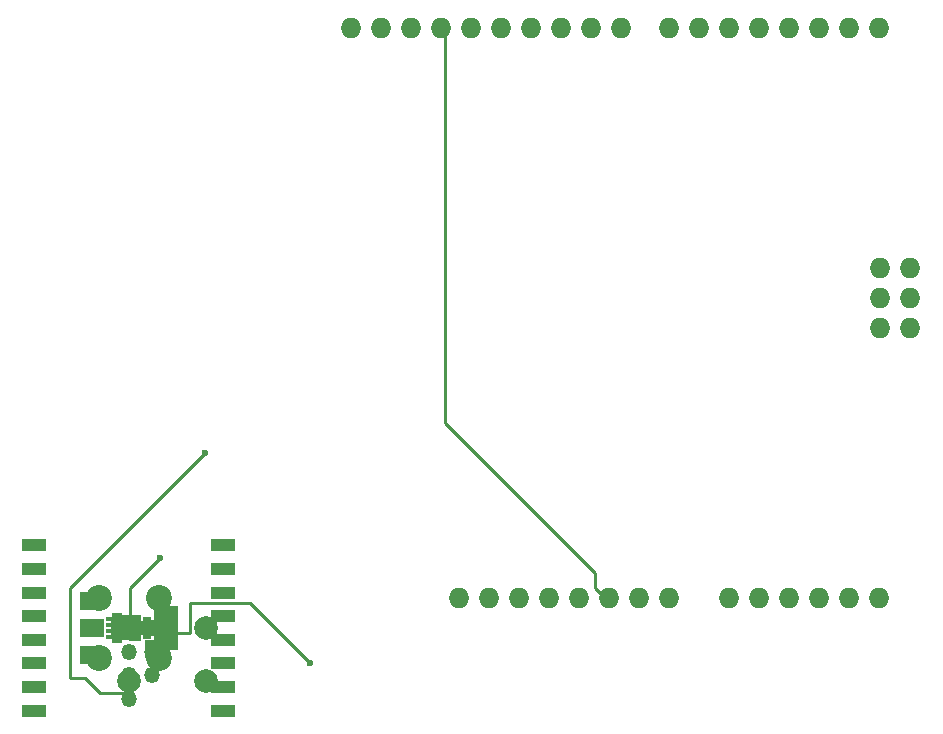
<source format=gbr>
G04 #@! TF.FileFunction,Copper,L1,Top,Signal*
%FSLAX46Y46*%
G04 Gerber Fmt 4.6, Leading zero omitted, Abs format (unit mm)*
G04 Created by KiCad (PCBNEW 4.0.7) date Friday, April 27, 2018 'AMt' 09:02:40 AM*
%MOMM*%
%LPD*%
G01*
G04 APERTURE LIST*
%ADD10C,0.100000*%
%ADD11R,1.000000X1.250000*%
%ADD12R,0.800000X0.800000*%
%ADD13C,2.200000*%
%ADD14C,2.000000*%
%ADD15R,1.350000X1.350000*%
%ADD16O,1.350000X1.350000*%
%ADD17O,1.727200X1.727200*%
%ADD18R,1.270000X0.970000*%
%ADD19R,1.700000X1.700000*%
%ADD20R,0.900000X0.800000*%
%ADD21R,0.700000X1.300000*%
%ADD22R,2.000000X3.800000*%
%ADD23R,2.000000X1.500000*%
%ADD24R,0.800000X0.300000*%
%ADD25R,2.000000X1.000000*%
%ADD26R,0.750000X0.250000*%
%ADD27R,1.100000X2.200000*%
%ADD28R,1.200000X1.500000*%
%ADD29C,0.600000*%
%ADD30C,0.250000*%
G04 APERTURE END LIST*
D10*
D11*
X148771100Y-99923600D03*
X150771100Y-99923600D03*
X148771100Y-99923600D03*
X150771100Y-99923600D03*
D12*
X150571100Y-99923600D03*
X148971100Y-99923600D03*
D13*
X147231100Y-102463600D03*
X147231100Y-97383600D03*
X152311100Y-97383600D03*
X152311100Y-102463600D03*
D14*
X149771100Y-99923600D03*
D15*
X149771100Y-99923600D03*
D16*
X149771100Y-101923600D03*
X149771100Y-103923600D03*
X149771100Y-105923600D03*
D15*
X149771100Y-99923600D03*
D16*
X149771100Y-101923600D03*
X149771100Y-103923600D03*
X149771100Y-105923600D03*
D15*
X149771100Y-99923600D03*
D16*
X149771100Y-101923600D03*
X149771100Y-103923600D03*
X149771100Y-105923600D03*
D15*
X149771100Y-99923600D03*
D16*
X149771100Y-101923600D03*
X149771100Y-103923600D03*
X149771100Y-105923600D03*
D15*
X149771100Y-99923600D03*
D16*
X151771100Y-99923600D03*
X149771100Y-101923600D03*
X151771100Y-101923600D03*
X149771100Y-103923600D03*
X151771100Y-103923600D03*
D17*
X213398100Y-74523600D03*
X215938100Y-74523600D03*
X215938100Y-71983600D03*
X213398100Y-71983600D03*
X215938100Y-69443600D03*
X200571100Y-97383600D03*
X195491100Y-97383600D03*
X192951100Y-97383600D03*
X190411100Y-97383600D03*
X187871100Y-97383600D03*
X185331100Y-97383600D03*
X182791100Y-97383600D03*
X180251100Y-97383600D03*
X213271100Y-49123600D03*
X210731100Y-49123600D03*
X208191100Y-49123600D03*
X205651100Y-49123600D03*
X203111100Y-49123600D03*
X200571100Y-49123600D03*
X198031100Y-49123600D03*
X195491100Y-49123600D03*
X176187100Y-49123600D03*
X191427100Y-49123600D03*
X188887100Y-49123600D03*
X186347100Y-49123600D03*
X168567100Y-49123600D03*
X171107100Y-49123600D03*
X173647100Y-49123600D03*
X178727100Y-49123600D03*
X181267100Y-49123600D03*
X183807100Y-49123600D03*
X177711100Y-97383600D03*
X203111100Y-97383600D03*
X205651100Y-97383600D03*
X208191100Y-97383600D03*
X210731100Y-97383600D03*
X213271100Y-97383600D03*
X213398100Y-69443600D03*
D18*
X149771100Y-99283600D03*
X149771100Y-100563600D03*
X149771100Y-99283600D03*
X149771100Y-100563600D03*
X149771100Y-99283600D03*
X149771100Y-100563600D03*
D19*
X149771100Y-99923600D03*
D20*
X148771100Y-98973600D03*
X148771100Y-100873600D03*
X150771100Y-99923600D03*
X148771100Y-98973600D03*
X148771100Y-100873600D03*
X150771100Y-99923600D03*
D21*
X148821100Y-99923600D03*
X150721100Y-99923600D03*
X148821100Y-99923600D03*
X150721100Y-99923600D03*
X148821100Y-99923600D03*
X150721100Y-99923600D03*
X148821100Y-99923600D03*
X150721100Y-99923600D03*
X148821100Y-99923600D03*
X150721100Y-99923600D03*
X148821100Y-99923600D03*
X150721100Y-99923600D03*
X148821100Y-99923600D03*
X150721100Y-99923600D03*
X148821100Y-99923600D03*
X150721100Y-99923600D03*
D14*
X149771100Y-104423600D03*
X149771100Y-99923600D03*
X156271100Y-104423600D03*
X156271100Y-99923600D03*
D22*
X152921100Y-99923600D03*
D23*
X146621100Y-99923600D03*
X146621100Y-102223600D03*
X146621100Y-97623600D03*
D24*
X148221100Y-99173600D03*
X148221100Y-99673600D03*
X148221100Y-100173600D03*
X148221100Y-100673600D03*
X151321100Y-100673600D03*
X151321100Y-100173600D03*
X151321100Y-99673600D03*
X151321100Y-99173600D03*
X148221100Y-99173600D03*
X148221100Y-99673600D03*
X148221100Y-100173600D03*
X148221100Y-100673600D03*
X151321100Y-100673600D03*
X151321100Y-100173600D03*
X151321100Y-99673600D03*
X151321100Y-99173600D03*
D25*
X141771100Y-92923600D03*
X141771100Y-94923600D03*
X141771100Y-96923600D03*
X141771100Y-98923600D03*
X141771100Y-100923600D03*
X141771100Y-102923600D03*
X141771100Y-104923600D03*
X141771100Y-106923600D03*
X157771100Y-106923600D03*
X157771100Y-104923600D03*
X157771100Y-102923600D03*
X157771100Y-100923600D03*
X157771100Y-98923600D03*
X157771100Y-96923600D03*
X157771100Y-94923600D03*
X157771100Y-92923600D03*
D26*
X148221100Y-99173600D03*
X148221100Y-99673600D03*
X148221100Y-100173600D03*
X148221100Y-100673600D03*
X151321100Y-100673600D03*
X151321100Y-100173600D03*
X151321100Y-99673600D03*
X151321100Y-99173600D03*
D27*
X150321100Y-99923600D03*
X153221100Y-99923600D03*
D28*
X151771100Y-101673600D03*
D29*
X165100000Y-102870000D03*
X156210000Y-85090000D03*
X152400000Y-93980000D03*
D30*
X190411100Y-97383600D02*
X190500000Y-97790000D01*
X190500000Y-97790000D02*
X189230000Y-96520000D01*
X189230000Y-96520000D02*
X189230000Y-95250000D01*
X189230000Y-95250000D02*
X176530000Y-82550000D01*
X176530000Y-82550000D02*
X176530000Y-49530000D01*
X176530000Y-49530000D02*
X176187100Y-49123600D01*
X153221100Y-99923600D02*
X153670000Y-100330000D01*
X153670000Y-100330000D02*
X154940000Y-100330000D01*
X154940000Y-100330000D02*
X154940000Y-97790000D01*
X154940000Y-97790000D02*
X160020000Y-97790000D01*
X160020000Y-97790000D02*
X165100000Y-102870000D01*
X149771100Y-105923600D02*
X149860000Y-105410000D01*
X149860000Y-105410000D02*
X147320000Y-105410000D01*
X147320000Y-105410000D02*
X146050000Y-104140000D01*
X146050000Y-104140000D02*
X144780000Y-104140000D01*
X144780000Y-104140000D02*
X144780000Y-96520000D01*
X144780000Y-96520000D02*
X156210000Y-85090000D01*
X149771100Y-99283600D02*
X149860000Y-99060000D01*
X149860000Y-99060000D02*
X149860000Y-96520000D01*
X149860000Y-96520000D02*
X152400000Y-93980000D01*
M02*

</source>
